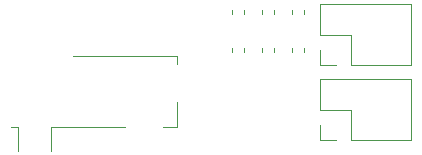
<source format=gbr>
G04 #@! TF.GenerationSoftware,KiCad,Pcbnew,(5.1.5)-3*
G04 #@! TF.CreationDate,2020-03-24T14:08:44+01:00*
G04 #@! TF.ProjectId,RiserBoard,52697365-7242-46f6-9172-642e6b696361,v0.0*
G04 #@! TF.SameCoordinates,Original*
G04 #@! TF.FileFunction,Legend,Top*
G04 #@! TF.FilePolarity,Positive*
%FSLAX46Y46*%
G04 Gerber Fmt 4.6, Leading zero omitted, Abs format (unit mm)*
G04 Created by KiCad (PCBNEW (5.1.5)-3) date 2020-03-24 14:08:44*
%MOMM*%
%LPD*%
G04 APERTURE LIST*
%ADD10C,0.120000*%
G04 APERTURE END LIST*
D10*
X130165000Y-94805500D02*
X130165000Y-96805500D01*
X127365000Y-94805500D02*
X127365000Y-96805500D01*
X127365000Y-94805500D02*
X126790000Y-94805500D01*
X136465000Y-94805500D02*
X130165000Y-94805500D01*
X140865000Y-94805500D02*
X139665000Y-94805500D01*
X140865000Y-92705500D02*
X140865000Y-94805500D01*
X140865000Y-88805500D02*
X140865000Y-89505500D01*
X132065000Y-88805500D02*
X140865000Y-88805500D01*
X160715000Y-95945000D02*
X160715000Y-90745000D01*
X155575000Y-95945000D02*
X160715000Y-95945000D01*
X152975000Y-90745000D02*
X160715000Y-90745000D01*
X155575000Y-95945000D02*
X155575000Y-93345000D01*
X155575000Y-93345000D02*
X152975000Y-93345000D01*
X152975000Y-93345000D02*
X152975000Y-90745000D01*
X154305000Y-95945000D02*
X152975000Y-95945000D01*
X152975000Y-95945000D02*
X152975000Y-94615000D01*
X152975000Y-89595000D02*
X152975000Y-88265000D01*
X154305000Y-89595000D02*
X152975000Y-89595000D01*
X152975000Y-86995000D02*
X152975000Y-84395000D01*
X155575000Y-86995000D02*
X152975000Y-86995000D01*
X155575000Y-89595000D02*
X155575000Y-86995000D01*
X152975000Y-84395000D02*
X160715000Y-84395000D01*
X155575000Y-89595000D02*
X160715000Y-89595000D01*
X160715000Y-89595000D02*
X160715000Y-84395000D01*
X145540000Y-88427779D02*
X145540000Y-88102221D01*
X146560000Y-88427779D02*
X146560000Y-88102221D01*
X146560000Y-85252779D02*
X146560000Y-84927221D01*
X145540000Y-85252779D02*
X145540000Y-84927221D01*
X148080000Y-88427779D02*
X148080000Y-88102221D01*
X149100000Y-88427779D02*
X149100000Y-88102221D01*
X149100000Y-85252779D02*
X149100000Y-84927221D01*
X148080000Y-85252779D02*
X148080000Y-84927221D01*
X150620000Y-88427779D02*
X150620000Y-88102221D01*
X151640000Y-88427779D02*
X151640000Y-88102221D01*
X151640000Y-85252779D02*
X151640000Y-84927221D01*
X150620000Y-85252779D02*
X150620000Y-84927221D01*
M02*

</source>
